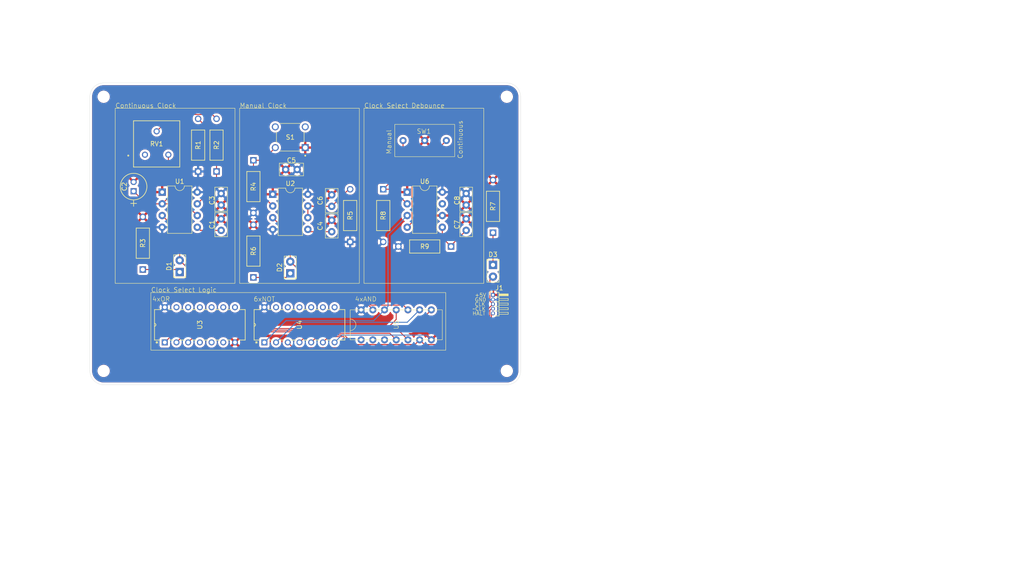
<source format=kicad_pcb>
(kicad_pcb (version 20240108) (generator "pcbnew") (generator_version "8.0")
  (layers (0 "F.Cu" signal) (31 "B.Cu" signal) (34 "B.Paste" user) (35 "F.Paste" user) (36 "B.SilkS" user "B.Silkscreen") (37 "F.SilkS" user "F.Silkscreen") (38 "B.Mask" user) (39 "F.Mask" user) (44 "Edge.Cuts" user))
  (net 0 "")
  (net 1 "GND")
  (net 2 "+5V")
  (net 3 "Net-(U2-CV)")
  (net 4 "Net-(U2-DIS)")
  (net 5 "/AstableClock/CLK")
  (net 6 "Net-(D2-K)")
  (net 7 "/ClockSelect/Manual_clk")
  (net 8 "/clk")
  (net 9 "Net-(D3-K)")
  (net 10 "/~{clk}")
  (net 11 "/halt")
  (net 12 "Net-(U2-TR)")
  (net 13 "/ClockSelect/BistableDebouncingCircuit/Select")
  (net 14 "Net-(U4-1Y)")
  (net 18 "Net-(U4-2Y)")
  (net 20 "Net-(U6-CV)")
  (net 21 "Net-(SW1-A)")
  (net 22 "Net-(SW1-C)")
  (net 27 "Net-(U3-1A)")
  (net 31 "Net-(U3-1Y)")
  (net 34 "Net-(U3-1B)")
  (net 42 "Net-(R2-Pad2)")
  (net 43 "Net-(U1-DIS)")
  (net 44 "Net-(D1-K)")
  (net 45 "Net-(U1-CV)")
  (net 46 "Net-(U1-THR)")
  (footprint "MountingHole:MountingHole_2.2mm_M2" (layer "F.Cu") (at 143 67.5)
    (property "Reference" "REF**" (hide yes))
    (property "Value" "MountingHole_2.2mm_M2")
    (pad "" np_thru_hole circle (at 0 0) (size 2.2 2.2) (drill 2.2) (layers "F&B.Cu" "*.Mask"))
  )
  (footprint "LED_THT:LED_D2.0mm_W4.8mm_H2.5mm_FlatTop" (layer "F.Cu") (at 140 104 -90)
    (property "Reference" "D3" (at -2.25 0 180) (layer "F.SilkS"))
    (property "Value" "LED")
    (fp_line (start -1.19 1.31) (end 3.73 1.31) (stroke (width 0.12)) (layer "F.SilkS"))
    (fp_line (start -1.07 1.08) (end -1.07 1.31) (stroke (width 0.12)) (layer "F.SilkS"))
    (fp_line (start -0.95 1.08) (end -0.95 1.31) (stroke (width 0.12)) (layer "F.SilkS"))
    (fp_line (start -1.19 -1.31) (end -1.19 1.31) (stroke (width 0.12)) (layer "F.SilkS"))
    (fp_line (start -1.19 -1.31) (end 3.73 -1.31) (stroke (width 0.12)) (layer "F.SilkS"))
    (fp_line (start -1.07 -1.31) (end -1.07 -1.08) (stroke (width 0.12)) (layer "F.SilkS"))
    (fp_line (start -0.95 -1.31) (end -0.95 -1.08) (stroke (width 0.12)) (layer "F.SilkS"))
    (fp_line (start 3.73 -1.31) (end 3.73 1.31) (stroke (width 0.12)) (layer "F.SilkS"))
    (pad "1" thru_hole rect (at 0 0 270) (size 1.8 1.8) (drill 0.9) (layers "*.Cu" "*.Mask") (net 9 "Net-(D3-K)"))
    (pad "2" thru_hole circle (at 2.54 0 270) (size 1.8 1.8) (drill 0.9) (layers "*.Cu" "*.Mask") (net 8 "/clk"))
  )
  (footprint "Capacitor_THT:C_Disc_D5.0mm_W2.5mm_P2.50mm" (layer "F.Cu") (at 105 96.785 90)
    (property "Reference" "C4" (at 1.25 -2.5 90) (layer "F.SilkS"))
    (property "Value" "0.01uF")
    (fp_line (start 3.87 -1.37) (end 3.87 1.37) (stroke (width 0.12)) (layer "F.SilkS"))
    (fp_line (start -1.37 -1.37) (end 3.87 -1.37) (stroke (width 0.12)) (layer "F.SilkS"))
    (fp_line (start -1.37 -1.37) (end -1.37 1.37) (stroke (width 0.12)) (layer "F.SilkS"))
    (fp_line (start -1.37 1.37) (end 3.87 1.37) (stroke (width 0.12)) (layer "F.SilkS"))
    (pad "1" thru_hole circle (at 0 0 90) (size 1.6 1.6) (drill 0.8) (layers "*.Cu" "*.Mask") (net 3 "Net-(U2-CV)"))
    (pad "2" thru_hole circle (at 2.5 0 90) (size 1.6 1.6) (drill 0.8) (layers "*.Cu" "*.Mask") (net 1 "GND"))
  )
  (footprint "_DownloadFootprints:CF_series_Resistors_THT" (layer "F.Cu") (at 130.895 100 180)
    (property "Reference" "R9" (at 5.715 0 0) (layer "F.SilkS"))
    (property "Value" "1k")
    (fp_line (start 8.9916 1.4351) (end 8.9916 -1.4351) (stroke (width 0.1524)) (layer "F.SilkS"))
    (fp_line (start 8.9916 -1.4351) (end 2.4384 -1.4351) (stroke (width 0.1524)) (layer "F.SilkS"))
    (fp_line (start 2.4384 1.4351) (end 8.9916 1.4351) (stroke (width 0.1524)) (layer "F.SilkS"))
    (fp_line (start 2.4384 -1.4351) (end 2.4384 1.4351) (stroke (width 0.1524)) (layer "F.SilkS"))
    (pad "1" thru_hole rect (at 0 0 180) (size 1.397 1.397) (drill 0.889) (layers "*.Cu" "*.Mask") (net 20 "Net-(U6-CV)"))
    (pad "2" thru_hole circle (at 11.43 0 180) (size 1.397 1.397) (drill 0.889) (layers "*.Cu" "*.Mask") (net 2 "+5V"))
  )
  (footprint "_DownloadFootprints:R_var" (layer "F.Cu") (at 64.46 80.08)
    (property "Reference" "RV1" (at 2.54 -2.35 0) (layer "F.SilkS"))
    (property "Value" "1M")
    (fp_line (start -2.4765 -7.3665) (end 7.5565 -7.3665) (stroke (width 0.1524)) (layer "F.SilkS"))
    (fp_line (start -2.4765 2.6665) (end -2.4765 -7.3665) (stroke (width 0.1524)) (layer "F.SilkS"))
    (fp_line (start 7.5565 -7.3665) (end 7.5565 2.6665) (stroke (width 0.1524)) (layer "F.SilkS"))
    (fp_line (start 7.5565 2.6665) (end -2.4765 2.6665) (stroke (width 0.1524)) (layer "F.SilkS"))
    (fp_circle (center -3.6195 0.19) (end -3.4925 0.19) (stroke (width 0.1524)) (fill none) (layer "F.SilkS"))
    (pad "1" thru_hole circle (at 5.08 0) (size 1.3208 1.3208) (drill 0.8128) (layers "*.Cu" "*.Mask") (net 46 "Net-(U1-THR)"))
    (pad "2" thru_hole circle (at 2.54 -5.08) (size 1.3208 1.3208) (drill 0.8128) (layers "*.Cu" "*.Mask") (net 42 "Net-(R2-Pad2)"))
    (pad "3" thru_hole circle (at 0 0) (size 1.3208 1.3208) (drill 0.8128) (layers "*.Cu" "*.Mask"))
  )
  (footprint "_DownloadFootprints:4x_or" (layer "F.Cu") (at 84 113.19 90)
    (property "Reference" "U3" (at -3.81 -7.62 90) (layer "F.SilkS"))
    (property "Value" "OR")
    (fp_line (start -0.508 -17.4625) (end -7.112 -17.4625) (stroke (width 0.1524)) (layer "F.SilkS"))
    (fp_line (start -7.112 -17.4625) (end -7.112 -16.22044) (stroke (width 0.1524)) (layer "F.SilkS"))
    (fp_line (start -0.508 -16.078569) (end -0.508 -17.4625) (stroke (width 0.1524)) (layer "F.SilkS"))
    (fp_line (start -7.112 -14.25956) (end -7.112 -13.538569) (stroke (width 0.1524)) (layer "F.SilkS"))
    (fp_line (start -0.508 -13.538569) (end -0.508 -14.401431) (stroke (width 0.1524)) (layer "F.SilkS"))
    (fp_line (start -7.112 -11.861431) (end -7.112 -10.998569) (stroke (width 0.1524)) (layer "F.SilkS"))
    (fp_line (start -0.508 -10.998569) (end -0.508 -11.861431) (stroke (width 0.1524)) (layer "F.SilkS"))
    (fp_line (start -7.112 -9.321431) (end -7.112 -8.458569) (stroke (width 0.1524)) (layer "F.SilkS"))
    (fp_line (start -0.508 -8.458569) (end -0.508 -9.321431) (stroke (width 0.1524)) (layer "F.SilkS"))
    (fp_line (start -7.112 -6.781431) (end -7.112 -5.918569) (stroke (width 0.1524)) (layer "F.SilkS"))
    (fp_line (start -0.508 -5.918569) (end -0.508 -6.781431) (stroke (width 0.1524)) (layer "F.SilkS"))
    (fp_line (start -7.112 -4.241431) (end -7.112 -3.378569) (stroke (width 0.1524)) (layer "F.SilkS"))
    (fp_line (start -0.508 -3.378569) (end -0.508 -4.241431) (stroke (width 0.1524)) (layer "F.SilkS"))
    (fp_line (start -7.112 -1.701431) (end -7.112 -0.838569) (stroke (width 0.1524)) (layer "F.SilkS"))
    (fp_line (start -0.508 -0.838569) (end -0.508 -1.701431) (stroke (width 0.1524)) (layer "F.SilkS"))
    (fp_line (start -7.112 0.838569) (end -7.112 2.2225) (stroke (width 0.1524)) (layer "F.SilkS"))
    (fp_line (start -0.508 2.2225) (end -0.508 0.838569) (stroke (width 0.1524)) (layer "F.SilkS"))
    (fp_line (start -7.112 2.2225) (end -0.508 2.2225) (stroke (width 0.1524)) (layer "F.SilkS"))
    (fp_arc (start -3.5052 -17.4625) (mid -3.81 -17.1577) (end -4.1148 -17.4625) (stroke (width 0.1524)) (layer "F.SilkS"))
    (fp_text user "*" (at -7.62 -16.6497 90) (layer "F.SilkS"))
    (pad "1" thru_hole rect (at -7.62 -15.24 90) (size 1.2954 1.2954) (drill 0.7874) (layers "*.Cu" "*.Mask") (net 27 "Net-(U3-1A)"))
    (pad "2" thru_hole circle (at -7.62 -12.7 90) (size 1.2954 1.2954) (drill 0.7874) (layers "*.Cu" "*.Mask") (net 34 "Net-(U3-1B)"))
    (pad "3" thru_hole circle (at -7.62 -10.16 90) (size 1.2954 1.2954) (drill 0.7874) (layers "*.Cu" "*.Mask") (net 31 "Net-(U3-1Y)"))
    (pad "4" thru_hole circle (at -7.62 -7.62 90) (size 1.2954 1.2954) (drill 0.7874) (layers "*.Cu" "*.Mask"))
    (pad "5" thru_hole circle (at -7.62 -5.08 90) (size 1.2954 1.2954) (drill 0.7874) (layers "*.Cu" "*.Mask"))
    (pad "6" thru_hole circle (at -7.62 -2.54 90) (size 1.2954 1.2954) (drill 0.7874) (layers "*.Cu" "*.Mask"))
    (pad "7" thru_hole circle (at -7.62 0 90) (size 1.2954 1.2954) (drill 0.7874) (layers "*.Cu" "*.Mask") (net 1 "GND"))
    (pad "8" thru_hole circle (at 0 0 90) (size 1.2954 1.2954) (drill 0.7874) (layers "*.Cu" "*.Mask"))
    (pad "9" thru_hole circle (at 0 -2.54 90) (size 1.2954 1.2954) (drill 0.7874) (layers "*.Cu" "*.Mask"))
    (pad "10" thru_hole circle (at 0 -5.08 90) (size 1.2954 1.2954) (drill 0.7874) (layers "*.Cu" "*.Mask"))
    (pad "11" thru_hole circle (at 0 -7.62 90) (size 1.2954 1.2954) (drill 0.7874) (layers "*.Cu" "*.Mask"))
    (pad "12" thru_hole circle (at 0 -10.16 90) (size 1.2954 1.2954) (drill 0.7874) (layers "*.Cu" "*.Mask"))
    (pad "13" thru_hole circle (at 0 -12.7 90) (size 1.2954 1.2954) (drill 0.7874) (layers "*.Cu" "*.Mask"))
    (pad "14" thru_hole circle (at 0 -15.24 90) (size 1.2954 1.2954) (drill 0.7874) (layers "*.Cu" "*.Mask") (net 2 "+5V"))
  )
  (footprint "Package_DIP:DIP-8_W7.62mm" (layer "F.Cu") (at 92.2 88.665)
    (property "Reference" "U2" (at 3.81 -2.33 0) (layer "F.SilkS"))
    (property "Value" "LM555xN")
    (fp_line (start 1.16 -1.33) (end 1.16 8.95) (stroke (width 0.12)) (layer "F.SilkS"))
    (fp_line (start 1.16 8.95) (end 6.46 8.95) (stroke (width 0.12)) (layer "F.SilkS"))
    (fp_line (start 2.81 -1.33) (end 1.16 -1.33) (stroke (width 0.12)) (layer "F.SilkS"))
    (fp_line (start 6.46 -1.33) (end 4.81 -1.33) (stroke (width 0.12)) (layer "F.SilkS"))
    (fp_line (start 6.46 8.95) (end 6.46 -1.33) (stroke (width 0.12)) (layer "F.SilkS"))
    (fp_arc (start 4.81 -1.33) (mid 3.81 -0.33) (end 2.81 -1.33) (stroke (width 0.12)) (layer "F.SilkS"))
    (pad "1" thru_hole rect (at 0 0) (size 1.6 1.6) (drill 0.8) (layers "*.Cu" "*.Mask") (net 1 "GND"))
    (pad "2" thru_hole oval (at 0 2.54) (size 1.6 1.6) (drill 0.8) (layers "*.Cu" "*.Mask") (net 12 "Net-(U2-TR)"))
    (pad "3" thru_hole oval (at 0 5.08) (size 1.6 1.6) (drill 0.8) (layers "*.Cu" "*.Mask") (net 7 "/ClockSelect/Manual_clk"))
    (pad "4" thru_hole oval (at 0 7.62) (size 1.6 1.6) (drill 0.8) (layers "*.Cu" "*.Mask") (net 2 "+5V"))
    (pad "5" thru_hole oval (at 7.62 7.62) (size 1.6 1.6) (drill 0.8) (layers "*.Cu" "*.Mask") (net 3 "Net-(U2-CV)"))
    (pad "6" thru_hole oval (at 7.62 5.08) (size 1.6 1.6) (drill 0.8) (layers "*.Cu" "*.Mask") (net 4 "Net-(U2-DIS)"))
    (pad "7" thru_hole oval (at 7.62 2.54) (size 1.6 1.6) (drill 0.8) (layers "*.Cu" "*.Mask") (net 4 "Net-(U2-DIS)"))
    (pad "8" thru_hole oval (at 7.62 0) (size 1.6 1.6) (drill 0.8) (layers "*.Cu" "*.Mask") (net 2 "+5V"))
  )
  (footprint "8BitCPUFootprints:DoubleThrowSwitch" (layer "F.Cu") (at 125.18 77 90)
    (property "Reference" "SW1" (at 2 -0.18 0) (layer "F.SilkS") (effects (font (thickness 0.1))))
    (property "Value" "SW_SPDT")
    (fp_rect (start -3.5 -6.5) (end 3.5 6.5) (stroke (width 0.1)) (fill none) (layer "F.SilkS"))
    (pad "1" thru_hole circle (at 0 -4.7 90) (size 1.524 1.524) (drill 0.762) (layers "*.Cu" "*.Mask") (net 21 "Net-(SW1-A)"))
    (pad "2" thru_hole circle (at 0 0 90) (size 1.524 1.524) (drill 0.762) (layers "*.Cu" "*.Mask") (net 1 "GND"))
    (pad "3" thru_hole circle (at 0 4.7 90) (size 1.524 1.524) (drill 0.762) (layers "*.Cu" "*.Mask") (net 22 "Net-(SW1-C)"))
  )
  (footprint "_DownloadFootprints:6x_not" (layer "F.Cu") (at 105.62 113.19 90)
    (property "Reference" "U4" (at -3.81 -7.62 90) (layer "F.SilkS"))
    (property "Value" "NOT")
    (fp_line (start -0.508 -17.4625) (end -7.112 -17.4625) (stroke (width 0.1524)) (layer "F.SilkS"))
    (fp_line (start -7.112 -17.4625) (end -7.112 -16.22044) (stroke (width 0.1524)) (layer "F.SilkS"))
    (fp_line (start -0.508 -16.078569) (end -0.508 -17.4625) (stroke (width 0.1524)) (layer "F.SilkS"))
    (fp_line (start -7.112 -14.25956) (end -7.112 -13.538569) (stroke (width 0.1524)) (layer "F.SilkS"))
    (fp_line (start -0.508 -13.538569) (end -0.508 -14.401431) (stroke (width 0.1524)) (layer "F.SilkS"))
    (fp_line (start -7.112 -11.861431) (end -7.112 -10.998569) (stroke (width 0.1524)) (layer "F.SilkS"))
    (fp_line (start -0.508 -10.998569) (end -0.508 -11.861431) (stroke (width 0.1524)) (layer "F.SilkS"))
    (fp_line (start -7.112 -9.321431) (end -7.112 -8.458569) (stroke (width 0.1524)) (layer "F.SilkS"))
    (fp_line (start -0.508 -8.458569) (end -0.508 -9.321431) (stroke (width 0.1524)) (layer "F.SilkS"))
    (fp_line (start -7.112 -6.781431) (end -7.112 -5.918569) (stroke (width 0.1524)) (layer "F.SilkS"))
    (fp_line (start -0.508 -5.918569) (end -0.508 -6.781431) (stroke (width 0.1524)) (layer "F.SilkS"))
    (fp_line (start -7.112 -4.241431) (end -7.112 -3.378569) (stroke (width 0.1524)) (layer "F.SilkS"))
    (fp_line (start -0.508 -3.378569) (end -0.508 -4.241431) (stroke (width 0.1524)) (layer "F.SilkS"))
    (fp_line (start -7.112 -1.701431) (end -7.112 -0.838569) (stroke (width 0.1524)) (layer "F.SilkS"))
    (fp_line (start -0.508 -0.838569) (end -0.508 -1.701431) (stroke (width 0.1524)) (layer "F.SilkS"))
    (fp_line (start -7.112 0.838569) (end -7.112 2.2225) (stroke (width 0.1524)) (layer "F.SilkS"))
    (fp_line (start -0.508 2.2225) (end -0.508 0.838569) (stroke (width 0.1524)) (layer "F.SilkS"))
    (fp_line (start -7.112 2.2225) (end -0.508 2.2225) (stroke (width 0.1524)) (layer "F.SilkS"))
    (fp_arc (start -3.5052 -17.4625) (mid -3.81 -17.1577) (end -4.1148 -17.4625) (stroke (width 0.1524)) (layer "F.SilkS"))
    (fp_text user "*" (at -7.62 -16.6497 90) (layer "F.SilkS"))
    (pad "1" thru_hole rect (at -7.62 -15.24 90) (size 1.2954 1.2954) (drill 0.7874) (layers "*.Cu" "*.Mask") (net 13 "/ClockSelect/BistableDebouncingCircuit/Select"))
    (pad "2" thru_hole circle (at -7.62 -12.7 90) (size 1.2954 1.2954) (drill 0.7874) (layers "*.Cu" "*.Mask") (net 14 "Net-(U4-1Y)"))
    (pad "3" thru_hole circle (at -7.62 -10.16 90) (size 1.2954 1.2954) (drill 0.7874) (layers "*.Cu" "*.Mask") (net 11 "/halt"))
    (pad "4" thru_hole circle (at -7.62 -7.62 90) (size 1.2954 1.2954) (drill 0.7874) (layers "*.Cu" "*.Mask") (net 18 "Net-(U4-2Y)"))
    (pad "5" thru_hole circle (at -7.62 -5.08 90) (size 1.2954 1.2954) (drill 0.7874) (layers "*.Cu" "*.Mask") (net 8 "/clk"))
    (pad "6" thru_hole circle (at -7.62 -2.54 90) (size 1.2954 1.2954) (drill 0.7874) (layers "*.Cu" "*.Mask") (net 10 "/~{clk}"))
    (pad "7" thru_hole circle (at -7.62 0 90) (size 1.2954 1.2954) (drill 0.7874) (layers "*.Cu" "*.Mask") (net 1 "GND"))
    (pad "8" thru_hole circle (at 0 0 90) (size 1.2954 1.2954) (drill 0.7874) (layers "*.Cu" "*.Mask"))
    (pad "9" thru_hole circle (at 0 -2.54 90) (size 1.2954 1.2954) (drill 0.7874) (layers "*.Cu" "*.Mask"))
    (pad "10" thru_hole circle (at 0 -5.08 90) (size 1.2954 1.2954) (drill 0.7874) (layers "*.Cu" "*.Mask"))
    (pad "11" thru_hole circle (at 0 -7.62 90) (size 1.2954 1.2954) (drill 0.7874) (layers "*.Cu" "*.Mask"))
    (pad "12" thru_hole circle (at 0 -10.16 90) (size 1.2954 1.2954) (drill 0.7874) (layers "*.Cu" "*.Mask"))
    (pad "13" thru_hole circle (at 0 -12.7 90) (size 1.2954 1.2954) (drill 0.7874) (layers "*.Cu" "*.Mask"))
    (pad "14" thru_hole circle (at 0 -15.24 90) (size 1.2954 1.2954) (drill 0.7874) (layers "*.Cu" "*.Mask") (net 2 "+5V"))
  )
  (footprint "_DownloadFootprints:CF_series_Resistors_THT" (layer "F.Cu") (at 64 105 90)
    (property "Reference" "R3" (at 5.715 0 90) (layer "F.SilkS"))
    (property "Value" "1k")
    (fp_line (start 8.9916 -1.4351) (end 2.4384 -1.4351) (stroke (width 0.1524)) (layer "F.SilkS"))
    (fp_line (start 2.4384 -1.4351) (end 2.4384 1.4351) (stroke (width 0.1524)) (layer "F.SilkS"))
    (fp_line (start 8.9916 1.4351) (end 8.9916 -1.4351) (stroke (width 0.1524)) (layer "F.SilkS"))
    (fp_line (start 2.4384 1.4351) (end 8.9916 1.4351) (stroke (width 0.1524)) (layer "F.SilkS"))
    (pad "1" thru_hole rect (at 0 0 90) (size 1.397 1.397) (drill 0.889) (layers "*.Cu" "*.Mask") (net 44 "Net-(D1-K)"))
    (pad "2" thru_hole circle (at 11.43 0 90) (size 1.397 1.397) (drill 0.889) (layers "*.Cu" "*.Mask") (net 1 "GND"))
  )
  (footprint "Capacitor_THT:C_Disc_D5.0mm_W2.5mm_P2.50mm" (layer "F.Cu") (at 105 91.285 90)
    (property "Reference" "C6" (at 1.25 -2.5 90) (layer "F.SilkS"))
    (property "Value" "0.1uF")
    (fp_line (start 3.87 -1.37) (end 3.87 1.37) (stroke (width 0.12)) (layer "F.SilkS"))
    (fp_line (start -1.37 -1.37) (end 3.87 -1.37) (stroke (width 0.12)) (layer "F.SilkS"))
    (fp_line (start -1.37 -1.37) (end -1.37 1.37) (stroke (width 0.12)) (layer "F.SilkS"))
    (fp_line (start -1.37 1.37) (end 3.87 1.37) (stroke (width 0.12)) (layer "F.SilkS"))
    (pad "1" thru_hole circle (at 0 0 90) (size 1.6 1.6) (drill 0.8) (layers "*.Cu" "*.Mask") (net 4 "Net-(U2-DIS)"))
    (pad "2" thru_hole circle (at 2.5 0 90) (size 1.6 1.6) (drill 0.8) (layers "*.Cu" "*.Mask") (net 1 "GND"))
  )
  (footprint "_DownloadFootprints:CF_series_Resistors_THT" (layer "F.Cu") (at 88 81.285 -90)
    (property "Reference" "R4" (at 5.715 0 90) (layer "F.SilkS"))
    (property "Value" "1k")
    (fp_line (start 2.4384 1.4351) (end 8.9916 1.4351) (stroke (width 0.1524)) (layer "F.SilkS"))
    (fp_line (start 8.9916 1.4351) (end 8.9916 -1.4351) (stroke (width 0.1524)) (layer "F.SilkS"))
    (fp_line (start 2.4384 -1.4351) (end 2.4384 1.4351) (stroke (width 0.1524)) (layer "F.SilkS"))
    (fp_line (start 8.9916 -1.4351) (end 2.4384 -1.4351) (stroke (width 0.1524)) (layer "F.SilkS"))
    (pad "1" thru_hole rect (at 0 0 270) (size 1.397 1.397) (drill 0.889) (layers "*.Cu" "*.Mask") (net 12 "Net-(U2-TR)"))
    (pad "2" thru_hole circle (at 11.43 0 270) (size 1.397 1.397) (drill 0.889) (layers "*.Cu" "*.Mask") (net 2 "+5V"))
  )
  (footprint "Capacitor_THT:C_Disc_D5.0mm_W2.5mm_P2.50mm" (layer "F.Cu") (at 134.18 96.5 90)
    (property "Reference" "C7" (at 1.25 -2 90) (layer "F.SilkS"))
    (property "Value" "0.01uF")
    (fp_line (start 3.87 -1.37) (end 3.87 1.37) (stroke (width 0.12)) (layer "F.SilkS"))
    (fp_line (start -1.37 -1.37) (end 3.87 -1.37) (stroke (width 0.12)) (layer "F.SilkS"))
    (fp_line (start -1.37 -1.37) (end -1.37 1.37) (stroke (width 0.12)) (layer "F.SilkS"))
    (fp_line (start -1.37 1.37) (end 3.87 1.37) (stroke (width 0.12)) (layer "F.SilkS"))
    (pad "1" thru_hole circle (at 0 0 90) (size 1.6 1.6) (drill 0.8) (layers "*.Cu" "*.Mask") (net 20 "Net-(U6-CV)"))
    (pad "2" thru_hole circle (at 2.5 0 90) (size 1.6 1.6) (drill 0.8) (layers "*.Cu" "*.Mask") (net 1 "GND"))
  )
  (footprint "_DownloadFootprints:CF_series_Resistors_THT" (layer "F.Cu") (at 140 97 90)
    (property "Reference" "R7" (at 5.715 0 90) (layer "F.SilkS"))
    (property "Value" "1k")
    (fp_line (start 8.9916 -1.4351) (end 2.4384 -1.4351) (stroke (width 0.1524)) (layer "F.SilkS"))
    (fp_line (start 2.4384 -1.4351) (end 2.4384 1.4351) (stroke (width 0.1524)) (layer "F.SilkS"))
    (fp_line (start 8.9916 1.4351) (end 8.9916 -1.4351) (stroke (width 0.1524)) (layer "F.SilkS"))
    (fp_line (start 2.4384 1.4351) (end 8.9916 1.4351) (stroke (width 0.1524)) (layer "F.SilkS"))
    (pad "1" thru_hole rect (at 0 0 90) (size 1.397 1.397) (drill 0.889) (layers "*.Cu" "*.Mask") (net 9 "Net-(D3-K)"))
    (pad "2" thru_hole circle (at 11.43 0 90) (size 1.397 1.397) (drill 0.889) (layers "*.Cu" "*.Mask") (net 1 "GND"))
  )
  (footprint "Connector_PinHeader_1.00mm:PinHeader_1x05_P1.00mm_Horizontal" (layer "F.Cu") (at 140 110.5)
    (property "Reference" "J1" (at 1.375 -1.5 0) (layer "F.SilkS"))
    (property "Value" "Conn_01x05_Pin")
    (fp_line (start -0.685 -0.685) (end 0 -0.685) (stroke (width 0.12)) (layer "F.SilkS"))
    (fp_line (start -0.685 0) (end -0.685 -0.685) (stroke (width 0.12)) (layer "F.SilkS"))
    (fp_line (start 0.468215 1.5) (end 1.31 1.5) (stroke (width 0.12)) (layer "F.SilkS"))
    (fp_line (start 0.468215 2.5) (end 1.31 2.5) (stroke (width 0.12)) (layer "F.SilkS"))
    (fp_line (start 0.468215 3.5) (end 1.31 3.5) (stroke (width 0.12)) (layer "F.SilkS"))
    (fp_line (start 0.685 -0.56) (end 1.31 -0.56) (stroke (width 0.12)) (layer "F.SilkS"))
    (fp_line (start 0.685 0.5) (end 1.31 0.5) (stroke (width 0.12)) (layer "F.SilkS"))
    (fp_line (start 1.31 -0.56) (end 1.31 4.56) (stroke (width 0.12)) (layer "F.SilkS"))
    (fp_line (start 1.31 -0.21) (end 3.31 -0.21) (stroke (width 0.12)) (layer "F.SilkS"))
    (fp_line (start 1.31 -0.15) (end 3.31 -0.15) (stroke (width 0.12)) (layer "F.SilkS"))
    (fp_line (start 1.31 -0.03) (end 3.31 -0.03) (stroke (width 0.12)) (layer "F.SilkS"))
    (fp_line (start 1.31 0.09) (end 3.31 0.09) (stroke (width 0.12)) (layer "F.SilkS"))
    (fp_line (start 1.31 0.79) (end 3.31 0.79) (stroke (width 0.12)) (layer "F.SilkS"))
    (fp_line (start 1.31 1.79) (end 3.31 1.79) (stroke (width 0.12)) (layer "F.SilkS"))
    (fp_line (start 1.31 2.79) (end 3.31 2.79) (stroke (width 0.12)) (layer "F.SilkS"))
    (fp_line (start 1.31 3.79) (end 3.31 3.79) (stroke (width 0.12)) (layer "F.SilkS"))
    (fp_line (start 1.31 4.56) (end 0.394493 4.56) (stroke (width 0.12)) (layer "F.SilkS"))
    (fp_line (start 3.31 -0.21) (end 3.31 0.21) (stroke (width 0.12)) (layer "F.SilkS"))
    (fp_line (start 3.31 0.21) (end 1.31 0.21) (stroke (width 0.12)) (layer "F.SilkS"))
    (fp_line (start 3.31 0.79) (end 3.31 1.21) (stroke (width 0.12)) (layer "F.SilkS"))
    (fp_line (start 3.31 1.21) (end 1.31 1.21) (stroke (width 0.12)) (layer "F.SilkS"))
    (fp_line (start 3.31 1.79) (end 3.31 2.21) (stroke (width 0.12)) (layer "F.SilkS"))
    (fp_line (start 3.31 2.21) (end 1.31 2.21) (stroke (width 0.12)) (layer "F.SilkS"))
    (fp_line (start 3.31 2.79) (end 3.31 3.21) (stroke (width 0.12)) (layer "F.SilkS"))
    (fp_line (start 3.31 3.21) (end 1.31 3.21) (stroke (width 0.12)) (layer "F.SilkS"))
    (fp_line (start 3.31 3.79) (end 3.31 4.21) (stroke (width 0.12)) (layer "F.SilkS"))
    (fp_line (start 3.31 4.21) (end 1.31 4.21) (stroke (width 0.12)) (layer "F.SilkS"))
    (pad "1" thru_hole rect (at 0 0) (size 0.85 0.85) (drill 0.5) (layers "*.Cu" "*.Mask") (net 1 "GND"))
    (pad "2" thru_hole oval (at 0 1) (size 0.85 0.85) (drill 0.5) (layers "*.Cu" "*.Mask") (net 2 "+5V"))
    (pad "3" thru_hole oval (at 0 2) (size 0.85 0.85) (drill 0.5) (layers "*.Cu" "*.Mask") (net 8 "/clk"))
    (pad "4" thru_hole oval (at 0 3) (size 0.85 0.85) (drill 0.5) (layers "*.Cu" "*.Mask") (net 10 "/~{clk}"))
    (pad "5" thru_hole oval (at 0 4) (size 0.85 0.85) (drill 0.5) (layers "*.Cu" "*.Mask") (net 11 "/halt"))
  )
  (footprint "MountingHole:MountingHole_2.2mm_M2" (layer "F.Cu") (at 143 127)
    (property "Reference" "REF**" (hide yes))
    (property "Value" "MountingHole_2.2mm_M2")
    (pad "" np_thru_hole circle (at 0 0) (size 2.2 2.2) (drill 2.2) (layers "F&B.Cu" "*.Mask"))
  )
  (footprint "LED_THT:LED_D2.0mm_W4.8mm_H2.5mm_FlatTop" (layer "F.Cu") (at 72 105.54 90)
    (property "Reference" "D1" (at 1.27 -2.31 90) (layer "F.SilkS"))
    (property "Value" "LED")
    (fp_line (start 3.73 -1.31) (end 3.73 1.31) (stroke (width 0.12)) (layer "F.SilkS"))
    (fp_line (start -0.95 -1.31) (end -0.95 -1.08) (stroke (width 0.12)) (layer "F.SilkS"))
    (fp_line (start -1.07 -1.31) (end -1.07 -1.08) (stroke (width 0.12)) (layer "F.SilkS"))
    (fp_line (start -1.19 -1.31) (end 3.73 -1.31) (stroke (width 0.12)) (layer "F.SilkS"))
    (fp_line (start -1.19 -1.31) (end -1.19 1.31) (stroke (width 0.12)) (layer "F.SilkS"))
    (fp_line (start -0.95 1.08) (end -0.95 1.31) (stroke (width 0.12)) (layer "F.SilkS"))
    (fp_line (start -1.07 1.08) (end -1.07 1.31) (stroke (width 0.12)) (layer "F.SilkS"))
    (fp_line (start -1.19 1.31) (end 3.73 1.31) (stroke (width 0.12)) (layer "F.SilkS"))
    (pad "1" thru_hole rect (at 0 0 90) (size 1.8 1.8) (drill 0.9) (layers "*.Cu" "*.Mask") (net 44 "Net-(D1-K)"))
    (pad "2" thru_hole circle (at 2.54 0 90) (size 1.8 1.8) (drill 0.9) (layers "*.Cu" "*.Mask") (net 5 "/AstableClock/CLK"))
  )
  (footprint "Capacitor_THT:C_Disc_D5.0mm_W2.5mm_P2.50mm" (layer "F.Cu") (at 81 96.5 90)
    (property "Reference" "C1" (at 1.25 -2 90) (layer "F.SilkS"))
    (property "Value" "0.01uF")
    (fp_line (start 3.87 -1.37) (end 3.87 1.37) (stroke (width 0.12)) (layer "F.SilkS"))
    (fp_line (start -1.37 -1.37) (end 3.87 -1.37) (stroke (width 0.12)) (layer "F.SilkS"))
    (fp_line (start -1.37 -1.37) (end -1.37 1.37) (stroke (width 0.12)) (layer "F.SilkS"))
    (fp_line (start -1.37 1.37) (end 3.87 1.37) (stroke (width 0.12)) (layer "F.SilkS"))
    (pad "1" thru_hole circle (at 0 0 90) (size 1.6 1.6) (drill 0.8) (layers "*.Cu" "*.Mask") (net 45 "Net-(U1-CV)"))
    (pad "2" thru_hole circle (at 2.5 0 90) (size 1.6 1.6) (drill 0.8) (layers "*.Cu" "*.Mask") (net 1 "GND"))
  )
  (footprint "LED_THT:LED_D2.0mm_W4.8mm_H2.5mm_FlatTop" (layer "F.Cu") (at 96 105.825 90)
    (property "Reference" "D2" (at 1.27 -2.31 90) (layer "F.SilkS"))
    (property "Value" "LED")
    (fp_line (start 3.73 -1.31) (end 3.73 1.31) (stroke (width 0.12)) (layer "F.SilkS"))
    (fp_line (start -0.95 -1.31) (end -0.95 -1.08) (stroke (width 0.12)) (layer "F.SilkS"))
    (fp_line (start -1.07 -1.31) (end -1.07 -1.08) (stroke (width 0.12)) (layer "F.SilkS"))
    (fp_line (start -1.19 -1.31) (end 3.73 -1.31) (stroke (width 0.12)) (layer "F.SilkS"))
    (fp_line (start -1.19 -1.31) (end -1.19 1.31) (stroke (width 0.12)) (layer "F.SilkS"))
    (fp_line (start -0.95 1.08) (end -0.95 1.31) (stroke (width 0.12)) (layer "F.SilkS"))
    (fp_line (start -1.07 1.08) (end -1.07 1.31) (stroke (width 0.12)) (layer "F.SilkS"))
    (fp_line (start -1.19 1.31) (end 3.73 1.31) (stroke (width 0.12)) (layer "F.SilkS"))
    (pad "1" thru_hole rect (at 0 0 90) (size 1.8 1.8) (drill 0.9) (layers "*.Cu" "*.Mask") (net 6 "Net-(D2-K)"))
    (pad "2" thru_hole circle (at 2.54 0 90) (size 1.8 1.8) (drill 0.9) (layers "*.Cu" "*.Mask") (net 7 "/ClockSelect/Manual_clk"))
  )
  (footprint "_DownloadFootprints:CF_series_Resistors_THT" (layer "F.Cu") (at 116.18 87.57 -90)
    (property "Reference" "R8" (at 5.715 0 90) (layer "F.SilkS"))
    (property "Value" "1k")
    (fp_line (start 2.4384 1.4351) (end 8.9916 1.4351) (stroke (width 0.1524)) (layer "F.SilkS"))
    (fp_line (start 8.9916 1.4351) (end 8.9916 -1.4351) (stroke (width 0.1524)) (layer "F.SilkS"))
    (fp_line (start 2.4384 -1.4351) (end 2.4384 1.4351) (stroke (width 0.1524)) (layer "F.SilkS"))
    (fp_line (start 8.9916 -1.4351) (end 2.4384 -1.4351) (stroke (width 0.1524)) (layer "F.SilkS"))
    (pad "1" thru_hole rect (at 0 0 270) (size 1.397 1.397) (drill 0.889) (layers "*.Cu" "*.Mask") (net 21 "Net-(SW1-A)"))
    (pad "2" thru_hole circle (at 11.43 0 270) (size 1.397 1.397) (drill 0.889) (layers "*.Cu" "*.Mask") (net 2 "+5V"))
  )
  (footprint "_DownloadFootprints:CF_series_Resistors_THT" (layer "F.Cu") (at 88 106.715 90)
    (property "Reference" "R6" (at 5.715 0 90) (layer "F.SilkS"))
    (property "Value" "1k")
    (fp_line (start 8.9916 -1.4351) (end 2.4384 -1.4351) (stroke (width 0.1524)) (layer "F.SilkS"))
    (fp_line (start 2.4384 -1.4351) (end 2.4384 1.4351) (stroke (width 0.1524)) (layer "F.SilkS"))
    (fp_line (start 8.9916 1.4351) (end 8.9916 -1.4351) (stroke (width 0.1524)) (layer "F.SilkS"))
    (fp_line (start 2.4384 1.4351) (end 8.9916 1.4351) (stroke (width 0.1524)) (layer "F.SilkS"))
    (pad "1" thru_hole rect (at 0 0 90) (size 1.397 1.397) (drill 0.889) (layers "*.Cu" "*.Mask") (net 6 "Net-(D2-K)"))
    (pad "2" thru_hole circle (at 11.43 0 90) (size 1.397 1.397) (drill 0.889) (layers "*.Cu" "*.Mask") (net 1 "GND"))
  )
  (footprint "Package_DIP:DIP-8_W7.62mm" (layer "F.Cu") (at 68.2 88.2)
    (property "Reference" "U1" (at 3.81 -2.33 0) (layer "F.SilkS"))
    (property "Value" "LM555xN")
    (fp_line (start 1.16 -1.33) (end 1.16 8.95) (stroke (width 0.12)) (layer "F.SilkS"))
    (fp_line (start 1.16 8.95) (end 6.46 8.95) (stroke (width 0.12)) (layer "F.SilkS"))
    (fp_line (start 2.81 -1.33) (end 1.16 -1.33) (stroke (width 0.12)) (layer "F.SilkS"))
    (fp_line (start 6.46 -1.33) (end 4.81 -1.33) (stroke (width 0.12)) (layer "F.SilkS"))
    (fp_line (start 6.46 8.95) (end 6.46 -1.33) (stroke (width 0.12)) (layer "F.SilkS"))
    (fp_arc (start 4.81 -1.33) (mid 3.81 -0.33) (end 2.81 -1.33) (stroke (width 0.12)) (layer "F.SilkS"))
    (pad "1" thru_hole rect (at 0 0) (size 1.6 1.6) (drill 0.8) (layers "*.Cu" "*.Mask") (net 1 "GND"))
    (pad "2" thru_hole oval (at 0 2.54) (size 1.6 1.6) (drill 0.8) (layers "*.Cu" "*.Mask") (net 46 "Net-(U1-THR)"))
    (pad "3" thru_hole oval (at 0 5.08) (size 1.6 1.6) (drill 0.8) (layers "*.Cu" "*.Mask") (net 5 "/AstableClock/CLK"))
    (pad "4" thru_hole oval (at 0 7.62) (size 1.6 1.6) (drill 0.8) (layers "*.Cu" "*.Mask") (net 2 "+5V"))
    (pad "5" thru_hole oval (at 7.62 7.62) (size 1.6 1.6) (drill 0.8) (layers "*.Cu" "*.Mask") (net 45 "Net-(U1-CV)"))
    (pad "6" thru_hole oval (at 7.62 5.08) (size 1.6 1.6) (drill 0.8) (layers "*.Cu" "*.Mask") (net 46 "Net-(U1-THR)"))
    (pad "7" thru_hole oval (at 7.62 2.54) (size 1.6 1.6) (drill 0.8) (layers "*.Cu" "*.Mask") (net 43 "Net-(U1-DIS)"))
    (pad "8" thru_hole oval (at 7.62 0) (size 1.6 1.6) (drill 0.8) (layers "*.Cu" "*.Mask") (net 2 "+5V"))
  )
  (footprint "_DownloadFootprints:Cp_2mm_pin_spacing" (layer "F.Cu") (at 62 88 90)
    (property "Reference" "C2" (at 1 -2 90) (layer "F.SilkS"))
    (property "Value" "1uF")
    (fp_line (start -2.6449 -0.635) (end -2.6449 0.635) (stroke (width 0.1524)) (layer "F.SilkS"))
    (fp_line (start -3.2799 0) (end -2.0099 0) (stroke (width 0.1524)) (layer "F.SilkS"))
    (fp_circle (center 1 0) (end 3.8829 0) (stroke (width 0.1524)) (fill none) (layer "F.SilkS"))
    (pad "1" thru_hole rect (at 0 0 90) (size 1.3208 1.3208) (drill 0.8128) (layers "*.Cu" "*.Mask") (net 46 "Net-(U1-THR)"))
    (pad "2" thru_hole circle (at 2 0 90) (size 1.3208 1.3208) (drill 0.8128) (layers "*.Cu" "*.Mask") (net 1 "GND"))
  )
  (footprint "MountingHole:MountingHole_2.2mm_M2" (layer "F.Cu") (at 55.5 67.5)
    (property "Reference" "REF**" (hide yes))
    (property "Value" "MountingHole_2.2mm_M2")
    (pad "" np_thru_hole circle (at 0 0) (size 2.2 2.2) (drill 2.2) (layers "*.Cu" "*.Mask"))
  )
  (footprint "_DownloadFootprints:CF_series_Resistors_THT" (layer "F.Cu") (at 80 83.715 90)
    (property "Reference" "R2" (at 5.715 0 90) (layer "F.SilkS"))
    (property "Value" "1k")
    (fp_line (start 8.9916 -1.4351) (end 2.4384 -1.4351) (stroke (width 0.1524)) (layer "F.SilkS"))
    (fp_line (start 2.4384 -1.4351) (end 2.4384 1.4351) (stroke (width 0.1524)) (layer "F.SilkS"))
    (fp_line (start 8.9916 1.4351) (end 8.9916 -1.4351) (stroke (width 0.1524)) (layer "F.SilkS"))
    (fp_line (start 2.4384 1.4351) (end 8.9916 1.4351) (stroke (width 0.1524)) (layer "F.SilkS"))
    (pad "1" thru_hole rect (at 0 0 90) (size 1.397 1.397) (drill 0.889) (layers "*.Cu" "*.Mask") (net 43 "Net-(U1-DIS)"))
    (pad "2" thru_hole circle (at 11.43 0 90) (size 1.397 1.397) (drill 0.889) (layers "*.Cu" "*.Mask") (net 42 "Net-(R2-Pad2)"))
  )
  (footprint "MountingHole:MountingHole_2.2mm_M2" (layer "F.Cu") (at 55.5 127)
    (property "Reference" "REF**" (hide yes))
    (property "Value" "MountingHole_2.2mm_M2")
    (pad "" np_thru_hole circle (at 0 0) (size 2.2 2.2) (drill 2.2) (layers "F&B.Cu" "*.Mask"))
  )
  (footprint "Capacitor_THT:C_Disc_D5.0mm_W2.5mm_P2.50mm" (layer "F.Cu") (at 97.5 83.285 180)
    (property "Reference" "C5" (at 1.25 2 0) (layer "F.SilkS"))
    (property "Value" "0.1uF")
    (fp_line (start 3.87 -1.37) (end 3.87 1.37) (stroke (width 0.12)) (layer "F.SilkS"))
    (fp_line (start -1.37 1.37) (end 3.87 1.37) (stroke (width 0.12)) (layer "F.SilkS"))
    (fp_line (start -1.37 -1.37) (end 3.87 -1.37) (stroke (width 0.12)) (layer "F.SilkS"))
    (fp_line (start -1.37 -1.37) (end -1.37 1.37) (stroke (width 0.12)) (layer "F.SilkS"))
    (pad "1" thru_hole circle (at 0 0 180) (size 1.6 1.6) (drill 0.8) (layers "*.Cu" "*.Mask") (net 2 "+5V"))
    (pad "2" thru_hole circle (at 2.5 0 180) (size 1.6 1.6) (drill 0.8) (layers "*.Cu" "*.Mask") (net 1 "GND"))
  )
  (footprint "8BitCPUFootprints:4x_and" (layer "F.Cu") (at 119 117 90)
    (property "Reference" "U5" (at 0 0 90) (layer "F.SilkS") (effects (font (thickness 0.1))))
    (property "Value" "~")
    (fp_rect (start -3.25 -10) (end 3.25 10) (stroke (width 0.1)) (fill none) (layer "F.SilkS"))
    (fp_arc (start 1.25 -10) (mid 0 -8.75) (end -1.25 -10) (stroke (width 0.1)) (layer "F.SilkS"))
    (pad "1" thru_hole circle (at -3.25 -7.62 90) (size 1.524 1.524) (drill 0.762) (layers "*.Cu" "*.Mask"))
    (pad "2" thru_hole circle (at -3.25 -5.08 90) (size 1.524 1.524) (drill 0.762) (layers "*.Cu" "*.Mask"))
    (pad "3" thru_hole circle (at -3.25 -2.54 90) (size 1.524 1.524) (drill 0.762) (layers "*.Cu" "*.Mask"))
    (pad "4" thru_hole circle (at -3.25 0 90) (size 1.524 1.524) (drill 0.762) (layers "*.Cu" "*.Mask") (net 18 "Net-(U4-2Y)"))
    (pad "5" thru_hole circle (at -3.25 2.54 90) (size 1.524 1.524) (drill 0.762) (layers "*.Cu" "*.Mask") (net 31 "Net-(U3-1Y)"))
    (pad "6" thru_hole circle (at -3.25 5.08 90) (size 1.524 1.524) (drill 0.762) (layers "*.Cu" "*.Mask") (net 8 "/clk"))
    (pad "7" thru_hole circle (at -3.25 7.62 90) (size 1.524 1.524) (drill 0.762) (layers "*.Cu" "*.Mask") (net 1 "GND"))
    (pad "8" thru_hole circle (at 3.25 7.62 90) (size 1.524 1.524) (drill 0.762) (layers "*.Cu" "*.Mask") (net 34 "Net-(U3-1B)"))
    (pad "9" thru_hole circle (at 3.25 5.08 90) (size 1.524 1.524) (drill 0.762) (layers "*.Cu" "*.Mask") (net 14 "Net-(U4-1Y)"))
    (pad "10" thru_hole circle (at 3.25 2.54 90) (size 1.524 1.524) (drill 0.762) (layers "*.Cu" "*.Mask") (net 7 "/ClockSelect/Manual_clk"))
    (pad "11" thru_hole circle (at 3.25 0 90) (size 1.524 1.524) (drill 0.762) (layers "*.Cu" "*.Mask") (net 27 "Net-(U3-1A)"))
    (pad "12" thru_hole circle (at 3.25 -2.54 90) (size 1.524 1.524) (drill 0.762) (layers "*.Cu" "*.Mask") (net 13 "/ClockSelect/BistableDebouncingCircuit/Select"))
    (pad "13" thru_hole circle (at 3.25 -5.08 90) (size 1.524 1.524) (drill 0.762) (layers "*.Cu" "*.Mask") (net 5 "/AstableClock/CLK"))
    (pad "14" thru_hole circle (at 3.25 -7.62 90) (size 1.524 1.524) (drill 0.762) (layers "*.Cu" "*.Mask") (net 2 "+5V"))
  )
  (footprint "Capacitor_THT:C_Disc_D5.0mm_W2.5mm_P2.50mm" (layer "F.Cu") (at 134.18 88.5 -90)
    (property "Reference" "C8" (at 1.5 2 90) (layer "F.SilkS"))
    (property "Value" "0.1uF")
    (fp_line (start -1.37 1.37) (end 3.87 1.37) (stroke (width 0.12)) (layer "F.SilkS"))
    (fp_line (start -1.37 -1.37) (end -1.37 1.37) (stroke (width 0.12)) (layer "F.SilkS"))
    (fp_line (start -1.37 -1.37) (end 3.87 -1.37) (stroke (width 0.12)) (layer "F.SilkS"))
    (fp_line (start 3.87 -1.37) (end 3.87 1.37) (stroke (width 0.12)) (layer "F.SilkS"))
    (pad "1" thru_hole circle (at 0 0 270) (size 1.6 1.6) (drill 0.8) (layers "*.Cu" "*.Mask") (net 2 "+5V"))
    (pad "2" thru_hole circle (at 2.5 0 270) (size 1.6 1.6) (drill 0.8) (layers "*.Cu" "*.Mask") (net 1 "GND"))
  )
  (footprint "Capacitor_THT:C_Disc_D5.0mm_W2.5mm_P2.50mm" (layer "F.Cu") (at 81 88.5 -90)
    (property "Reference" "C3" (at 1.5 2 90) (layer "F.SilkS"))
    (property "Value" "0.1uF")
    (fp_line (start -1.37 1.37) (end 3.87 1.37) (stroke (width 0.12)) (layer "F.SilkS"))
    (fp_line (start -1.37 -1.37) (end -1.37 1.37) (stroke (width 0.12)) (layer "F.SilkS"))
    (fp_line (start -1.37 -1.37) (end 3.87 -1.37) (stroke (width 0.12)) (layer "F.SilkS"))
    (fp_line (start 3.87 -1.37) (end 3.87 1.37) (stroke (width 0.12)) (layer "F.SilkS"))
    (pad "1" thru_hole circle (at 0 0 270) (size 1.6 1.6) (drill 0.8) (layers "*.Cu" "*.Mask") (net 2 "+5V"))
    (pad "2" thru_hole circle (at 2.5 0 270) (size 1.6 1.6) (drill 0.8) (layers "*.Cu" "*.Mask") (net 1 "GND"))
  )
  (footprint "_DownloadFootprints:tactile_switch" (layer "F.Cu") (at 96 76.285 180)
    (property "Reference" "S1" (at 0 0 0) (layer "F.SilkS"))
    (property "Value" "B3U-1000P")
    (fp_line (start 3 -1.176) (end 3 1.176) (stroke (width 0.127)) (layer "F.SilkS"))
    (fp_line (start -2.176 3) (end 2.176 3) (stroke (width 0.127)) (layer "F.SilkS"))
    (fp_line (start -2.176 -3) (end 2.176 -3) (stroke (width 0.127)) (layer "F.SilkS"))
    (fp_line (start -3 -1.176) (end -3 1.176) (stroke (width 0.127)) (layer "F.SilkS"))
    (fp_circle (center -3.25 -4.004) (end -3.15 -4.004) (stroke (width 0.2)) (fill none) (layer "F.SilkS"))
    (pad "1" thru_hole rect (at -3.25 -2.25 180) (size 1.508 1.508) (drill 1) (layers "*.Cu" "*.Mask") (net 1 "GND"))
    (pad "2" thru_hole circle (at 3.25 -2.25 180) (size 1.508 1.508) (drill 1) (layers "*.Cu" "*.Mask") (net 12 "Net-(U2-TR)"))
    (pad "3" thru_hole circle (at -3.25 2.25 180) (size 1.508 1.508) (drill 1) (layers "*.Cu" "*.Mask"))
    (pad "4" thru_hole circle (at 3.25 2.25 180) (size 1.508 1.508) (drill 1) (layers "*.Cu" "*.Mask"))
  )
  (footprint "_DownloadFootprints:CF_series_Resistors_THT" (layer "F.Cu") (at 109 99 90)
    (property "Reference" "R5" (at 5.715 0 90) (layer "F.SilkS"))
    (property "Value" "1M")
    (fp_line (start 8.9916 -1.4351) (end 2.4384 -1.4351) (stroke (width 0.1524)) (layer "F.SilkS"))
    (fp_line (start 2.4384 -1.4351) (end 2.4384 1.4351) (stroke (width 0.1524)) (layer "F.SilkS"))
    (fp_line (start 8.9916 1.4351) (end 8.9916 -1.4351) (stroke (width 0.1524)) (layer "F.SilkS"))
    (fp_line (start 2.4384 1.4351) (end 8.9916 1.4351) (stroke (width 0.1524)) (layer "F.SilkS"))
    (pad "1" thru_hole rect (at 0 0 90) (size 1.397 1.397) (drill 0.889) (layers "*.Cu" "*.Mask") (net 2 "+5V"))
    (pad "2" thru_hole circle (at 11.43 0 90) (size 1.397 1.397) (drill 0.889) (layers "*.Cu" "*.Mask") (net 4 "Net-(U2-DIS)"))
  )
  (footprint "_DownloadFootprints:CF_series_Resistors_THT" (layer "F.Cu") (at 76 83.715 90)
    (property "Reference" "R1" (at 5.715 0 90) (layer "F.SilkS"))
    (property "Value" "1k")
    (fp_line (start 8.9916 -1.4351) (end 2.4384 -1.4351) (stroke (width 0.1524)) (layer "F.SilkS"))
    (fp_line (start 2.4384 -1.4351) (end 2.4384 1.4351) (stroke (width 0.1524)) (layer "F.SilkS"))
    (fp_line (start 8.9916 1.4351) (end 8.9916 -1.4351) (stroke (width 0.1524)) (layer "F.SilkS"))
    (fp_line (start 2.4384 1.4351) (end 8.9916 1.4351) (stroke (width 0.1524)) (layer "F.SilkS"))
    (pad "1" thru_hole rect (at 0 0 90) (size 1.397 1.397) (drill 0.889) (layers "*.Cu" "*.Mask") (net 2 "+5V"))
    (pad "2" thru_hole circle (at 11.43 0 90) (size 1.397 1.397) (drill 0.889) (layers "*.Cu" "*.Mask") (net 43 "Net-(U1-DIS)"))
  )
  (footprint "Package_DIP:DIP-8_W7.62mm" (layer "F.Cu") (at 121.38 88.2)
    (property "Reference" "U6" (at 3.81 -2.33 0) (layer "F.SilkS"))
    (property "Value" "LM555xN")
    (fp_line (start 1.16 -1.33) (end 1.16 8.95) (stroke (width 0.12)) (layer "F.SilkS"))
    (fp_line (start 1.16 8.95) (end 6.46 8.95) (stroke (width 0.12)) (layer "F.SilkS"))
    (fp_line (start 2.81 -1.33) (end 1.16 -1.33) (stroke (width 0.12)) (layer "F.SilkS"))
    (fp_line (start 6.46 -1.33) (end 4.81 -1.33) (stroke (width 0.12)) (layer "F.SilkS"))
    (fp_line (start 6.46 8.95) (end 6.46 -1.33) (stroke (width 0.12)) (layer "F.SilkS"))
    (fp_arc (start 4.81 -1.33) (mid 3.81 -0.33) (end 2.81 -1.33) (stroke (width 0.12)) (layer "F.SilkS"))
    (pad "1" thru_hole rect (at 0 0) (size 1.6 1.6) (drill 0.8) (layers "*.Cu" "*.Mask") (net 1 "GND"))
    (pad "2" thru_hole oval (at 0 2.54) (size 1.6 1.6) (drill 0.8) (layers "*.Cu" "*.Mask") (net 21 "Net-(SW1-A)"))
    (pad "3" thru_hole oval (at 0 5.08) (size 1.6 1.6) (drill 0.8) (layers "*.Cu" "*.Mask") (net 13 "/ClockSelect/BistableDebouncingCircuit/Select"))
    (pad "4" thru_hole oval (at 0 7.62) (size 1.6 1.6) (drill 0.8) (layers "*.Cu" "*.Mask") (net 22 "Net-(SW1-C)"))
    (pad "5" thru_hole oval (at 7.62 7.62) (size 1.6 1.6) (drill 0.8) (layers "*.Cu" "*.Mask") (net 20 "Net-(U6-CV)"))
    (pad "6" thru_hole oval (at 7.62 5.08) (size 1.6 1.6) (drill 0.8) (layers "*.Cu" "*.Mask") (net 1 "GND"))
    (pad "7" thru_hole oval (at 7.62 2.54) (size 1.6 1.6) (drill 0.8) (layers "*.Cu" "*.Mask"))
    (pad "8" thru_hole oval (at 7.62 0) (size 1.6 1.6) (drill 0.8) (layers "*.Cu" "*.Mask") (net 2 "+5V"))
  )
  (gr_rect (start 112 70) (end 138 108) (stroke (width 0.1)) (fill none) (layer "F.SilkS"))
  (gr_rect (start 65.75 110) (end 129.75 122.5) (stroke (width 0.1)) (fill none) (layer "F.SilkS"))
  (gr_rect (start 85 70) (end 111 108) (stroke (width 0.1)) (fill none) (layer "F.SilkS"))
  (gr_rect (start 58 70) (end 84 108) (stroke (width 0.1)) (fill none) (layer "F.SilkS"))
  (gr_line (start 143 130) (end 55.5 130) (stroke (width 0.05)) (layer "Edge.Cuts"))
  (gr_arc (start 146 127) (mid 145.12132 129.12132) (end 143 130) (stroke (width 0.05)) (layer "Edge.Cuts"))
  (gr_arc (start 52.5 67.5) (mid 53.37868 65.37868) (end 55.5 64.5) (stroke (width 0.05)) (layer "Edge.Cuts"))
  (gr_line (start 146 67.5) (end 146 127) (stroke (width 0.05)) (layer "Edge.Cuts"))
  (gr_arc (start 143 64.5) (mid 145.12132 65.37868) (end 146 67.5) (stroke (width 0.05)) (layer "Edge.Cuts"))
  (gr_line (start 55.5 64.5) (end 143 64.5) (stroke (width 0.05)) (layer "Edge.Cuts"))
  (gr_arc (start 55.5 130) (mid 53.37868 129.12132) (end 52.5 127) (stroke (width 0.05)) (layer "Edge.Cuts"))
  (gr_line (start 52.5 127) (end 52.5 67.5) (stroke (width 0.05)) (layer "Edge.Cuts"))
  (gr_text "Clock Select Logic" (at 65.75 110 0) (layer "F.SilkS") (effects (font (size 1 1) (thickness 0.1)) (justify left bottom)))
  (gr_text "+5V" (at 136 111 0) (layer "F.SilkS") (effects (font (size 0.8 0.8) (thickness 0.1)) (justify left bottom)))
  (gr_text "Clock Select Debounce" (at 112 70 0) (layer "F.SilkS") (effects (font (size 1 1) (thickness 0.1)) (justify left bottom)))
  (gr_text "Manual" (at 118 80 90) (layer "F.SilkS") (effects (font (size 1 1) (thickness 0.1)) (justify left bottom)))
  (gr_text "HALT" (at 135.5 115 0) (layer "F.SilkS") (effects (font (size 0.8 0.8) (thickness 0.1)) (justify left bottom)))
  (gr_text "CLK" (at 136 113 0) (layer "F.SilkS") (effects (font (size 0.8 0.8) (thickness 0.1)) (justify left bottom)))
  (gr_text "6xNOT" (at 88 112 0) (layer "F.SilkS") (effects (font (size 1 1) (thickness 0.1)) (justify left bottom)))
  (gr_text "4xOR" (at 66 112 0) (layer "F.SilkS") (effects (font (size 1 1) (thickness 0.1)) (justify left bottom)))
  (gr_text "Manual Clock" (at 85 70 0) (layer "F.SilkS") (effects (font (size 1 1) (thickness 0.1)) (justify left bottom)))
  (gr_text "4xAND" (at 110 112 0) (layer "F.SilkS") (effects (font (size 1 1) (thickness 0.1)) (justify left bottom)))
  (gr_text "~CLK" (at 135.5 114 0) (layer "F.SilkS") (effects (font (size 0.8 0.8) (thickness 0.1)) (justify left bottom)))
  (gr_text "Continuous Clock" (at 58 70 0) (layer "F.SilkS") (effects (font (size 1 1) (thickness 0.1)) (justify left bottom)))
  (gr_text "GND" (at 136 112 0) (layer "F.SilkS") (effects (font (size 0.8 0.8) (thickness 0.1)) (justify left bottom)))
  (gr_text "Continuous" (at 133.5 81 90) (layer "F.SilkS") (effects (font (size 1 1) (thickness 0.1)) (justify left bottom)))
  (segment (start 125.608 119.238) (end 126.62 120.25) (width 0.2) (layer "B.Cu") (net 1))
  (segment (start 105.62 120.81) (end 107.192 119.238) (width 0.2) (layer "B.Cu") (net 1))
  (segment (start 107.192 119.238) (end 125.608 119.238) (width 0.2) (layer "B.Cu") (net 1))
  (segment (start 100.32 96.785) (end 99.82 96.285) (width 0.2) (layer "F.Cu") (net 3))
  (segment (start 105 96.785) (end 100.32 96.785) (width 0.2) (layer "F.Cu") (net 3))
  (segment (start 99.82 91.205) (end 100.795 91.205) (width 0.2) (layer "F.Cu") (net 4))
  (segment (start 99.82 93.745) (end 99.82 91.205) (width 0.2) (layer "F.Cu") (net 4))
  (segment (start 105 91.285) (end 108.715 87.57) (width 0.2) (layer "F.Cu") (net 4))
  (segment (start 100.795 91.205) (end 100.875 91.285) (width 0.2) (layer "F.Cu") (net 4))
  (segment (start 100.875 91.285) (end 105 91.285) (width 0.2) (layer "F.Cu") (net 4))
  (segment (start 108.715 87.57) (end 109 87.57) (width 0.2) (layer "F.Cu") (net 4))
  (segment (start 77.5 108.5) (end 72 103) (width 0.2) (layer "F.Cu") (net 5))
  (segment (start 113.92 113.75) (end 113.92 113.67) (width 0.2) (layer "F.Cu") (net 5))
  (segment (start 72 103) (end 72 97.08) (width 0.2) (layer "F.Cu") (net 5))
  (segment (start 113.92 113.67) (end 108.75 108.5) (width 0.2) (layer "F.Cu") (net 5))
  (segment (start 108.75 108.5) (end 77.5 108.5) (width 0.2) (layer "F.Cu") (net 5))
  (segment (start 72 97.08) (end 68.2 93.28) (width 0.2) (layer "F.Cu") (net 5))
  (segment (start 88 106.715) (end 95.11 106.715) (width 0.2) (layer "F.Cu") (net 6))
  (segment (start 95.11 106.715) (end 96 105.825) (width 0.2) (layer "F.Cu") (net 6))
  (segment (start 96 97.545) (end 96 103.285) (width 0.2) (layer "F.Cu") (net 7))
  (segment (start 120.528 112.738) (end 121.54 113.75) (width 0.2) (layer "F.Cu") (net 7))
  (segment (start 108.894975 108.15) (end 113.482975 112.738) (width 0.2) (layer "F.Cu") (net 7))
  (segment (start 113.482975 112.738) (end 120.528 112.738) (width 0.2) (layer "F.Cu") (net 7))
  (segment (start 96.035 103.285) (end 100.9 108.15) (width 0.2) (layer "F.Cu") (net 7))
  (segment (start 100.9 108.15) (end 108.894975 108.15) (width 0.2) (layer "F.Cu") (net 7))
  (segment (start 92.2 93.745) (end 96 97.545) (width 0.2) (layer "F.Cu") (net 7))
  (segment (start 96 103.285) (end 96.035 103.285) (width 0.2) (layer "F.Cu") (net 7))
  (segment (start 109.767026 121.262) (end 107.717326 119.2123) (width 0.2) (layer "F.Cu") (net 8))
  (segment (start 123.068 121.262) (end 109.767026 121.262) (width 0.2) (layer "F.Cu") (net 8))
  (segment (start 124.08 120.25) (end 125.092 121.262) (width 0.2) (layer "F.Cu") (net 8))
  (segment (start 107.717326 119.2123) (end 102.1377 119.2123) (width 0.2) (layer "F.Cu") (net 8))
  (segment (start 102.1377 119.2123) (end 100.54 120.81) (width 0.2) (layer "F.Cu") (net 8))
  (segment (start 138.975 119.035052) (end 138.975 113.525) (width 0.2) (layer "F.Cu") (net 8))
  (segment (start 124.08 120.25) (end 123.068 121.262) (width 0.2) (layer "F.Cu") (net 8))
  (segment (start 125.092 121.262) (end 136.748052 121.262) (width 0.2) (layer "F.Cu") (net 8))
  (segment (start 140 112.5) (end 139.325 111.825) (width 0.2) (layer "F.Cu") (net 8))
  (segment (start 138.975 113.525) (end 140 112.5) (width 0.2) (layer "F.Cu") (net 8))
  (segment (start 136.748052 121.262) (end 138.975 119.035052) (width 0.2) (layer "F.Cu") (net 8))
  (segment (start 139.325 107.215) (end 140 106.54) (width 0.2) (layer "F.Cu") (net 8))
  (segment (start 139.325 111.825) (end 139.325 107.215) (width 0.2) (layer "F.Cu") (net 8))
  (segment (start 140 104) (end 140 97) (width 0.2) (layer "F.Cu") (net 9))
  (segment (start 139.65 113.5) (end 140 113.5) (width 0.2) (layer "F.Cu") (net 10))
  (segment (start 139.325 113.825) (end 139.65 113.5) (width 0.2) (layer "F.Cu") (net 10))
  (segment (start 107.5623 119.5623) (end 109.612 121.612) (width 0.2) (layer "F.Cu") (net 10))
  (segment (start 136.893026 121.612) (end 139.325 119.180026) (width 0.2) (layer "F.Cu") (net 10))
  (segment (start 103.08 120.81) (end 104.3277 119.5623) (width 0.2) (layer "F.Cu") (net 10))
  (segment (start 104.3277 119.5623) (end 107.5623 119.5623) (width 0.2) (layer "F.Cu") (net 10))
  (segment (start 109.612 121.612) (end 136.893026 121.612) (width 0.2) (layer "F.Cu") (net 10))
  (segment (start 139.325 119.180026) (end 139.325 113.825) (width 0.2) (layer "F.Cu") (net 10))
  (segment (start 137.038 121.962) (end 139.675 119.325) (width 0.2) (layer "F.Cu") (net 11))
  (segment (start 139.675 114.825) (end 140 114.5) (width 0.2) (layer "F.Cu") (net 11))
  (segment (start 96.612 121.962) (end 137.038 121.962) (width 0.2) (layer "F.Cu") (net 11))
  (segment (start 139.675 119.325) (end 139.675 114.825) (width 0.2) (layer "F.Cu") (net 11))
  (segment (start 95.46 120.81) (end 96.612 121.962) (width 0.2) (layer "F.Cu") (net 11))
  (segment (start 92.2 91.205) (end 88 87.005) (width 0.2) (layer "F.Cu") (net 12))
  (segment (start 88 87.005) (end 88 81.285) (width 0.2) (layer "F.Cu") (net 12))
  (segment (start 90 81.285) (end 92.75 78.535) (width 0.2) (layer "F.Cu") (net 12))
  (segment (start 88 81.285) (end 90 81.285) (width 0.2) (layer "F.Cu") (net 12))
  (segment (start 116.46 113.75) (end 117.221999 112.988001) (width 0.2) (layer "B.Cu") (net 13))
  (segment (start 114.11 116.1) (end 95.09 116.1) (width 0.2) (layer "B.Cu") (net 13))
  (segment (start 117.221999 97.438001) (end 121.38 93.28) (width 0.2) (layer "B.Cu") (net 13))
  (segment (start 116.46 113.75) (end 114.11 116.1) (width 0.2) (layer "B.Cu") (net 13))
  (segment (start 95.09 116.1) (end 90.38 120.81) (width 0.2) (layer "B.Cu") (net 13))
  (segment (start 117.221999 112.988001) (end 117.221999 97.438001) (width 0.2) (layer "B.Cu") (net 13))
  (segment (start 97.28 116.45) (end 92.92 120.81) (width 0.2) (layer "B.Cu") (net 14))
  (segment (start 124.08 113.75) (end 121.38 116.45) (width 0.2) (layer "B.Cu") (net 14))
  (segment (start 121.38 116.45) (end 97.28 116.45) (width 0.2) (layer "B.Cu") (net 14))
  (segment (start 99.9477 118.8623) (end 98 120.81) (width 0.2) (layer "F.Cu") (net 18))
  (segment (start 117.6123 118.8623) (end 99.9477 118.8623) (width 0.2) (layer "F.Cu") (net 18))
  (segment (start 119 120.25) (end 117.6123 118.8623) (width 0.2) (layer "F.Cu") (net 18))
  (segment (start 129 98.105) (end 130.895 100) (width 0.2) (layer "F.Cu") (net 20))
  (segment (start 130.895 99.785) (end 134.18 96.5) (width 0.2) (layer "F.Cu") (net 20))
  (segment (start 130.895 100) (end 130.895 99.785) (width 0.2) (layer "F.Cu") (net 20))
  (segment (start 129 95.82) (end 129 98.105) (width 0.2) (layer "F.Cu") (net 20))
  (segment (start 120.48 83.27) (end 116.18 87.57) (width 0.2) (layer "F.Cu") (net 21))
  (segment (start 118.21 87.57) (end 121.38 90.74) (width 0.2) (layer "F.Cu") (net 21))
  (segment (start 120.48 77) (end 120.48 83.27) (width 0.2) (layer "F.Cu") (net 21))
  (segment (start 116.18 87.57) (end 118.21 87.57) (width 0.2) (layer "F.Cu") (net 21))
  (segment (start 122.43 84.45) (end 122.43 94.77) (width 0.2) (layer "F.Cu") (net 22))
  (segment (start 122.43 94.77) (end 121.38 95.82) (width 0.2) (layer "F.Cu") (net 22))
  (segment (start 129.88 77) (end 122.43 84.45) (width 0.2) (layer "F.Cu") (net 22))
  (segment (start 119 113.75) (end 119 115.8123) (width 0.2) (layer "F.Cu") (net 27))
  (segment (start 117 117.8123) (end 71.7577 117.8123) (width 0.2) (layer "F.Cu") (net 27))
  (segment (start 119 115.8123) (end 117 117.8123) (width 0.2) (layer "F.Cu") (net 27))
  (segment (start 71.7577 117.8123) (end 68.76 120.81) (width 0.2) (layer "F.Cu") (net 27))
  (segment (start 76.1377 118.5123) (end 73.84 120.81) (width 0.2) (layer "F.Cu") (net 31))
  (segment (start 121.54 120.25) (end 119.8023 118.5123) (width 0.2) (layer "F.Cu") (net 31))
  (segment (start 119.8023 118.5123) (end 76.1377 118.5123) (width 0.2) (layer "F.Cu") (net 31))
  (segment (start 122.2077 118.1623) (end 73.9477 118.1623) (width 0.2) (layer "F.Cu") (net 34))
  (segment (start 126.62 113.75) (end 122.2077 118.1623) (width 0.2) (layer "F.Cu") (net 34))
  (segment (start 73.9477 118.1623) (end 71.3 120.81) (width 0.2) (layer "F.Cu") (net 34))
  (segment (start 70.6635 71.3365) (end 79.0515 71.3365) (width 0.2) (layer "F.Cu") (net 42))
  (segment (start 79.0515 71.3365) (end 80 72.285) (width 0.2) (layer "F.Cu") (net 42))
  (segment (start 67 75) (end 70.6635 71.3365) (width 0.2) (layer "F.Cu") (net 42))
  (segment (start 80 83.715) (end 80 76.285) (width 0.2) (layer "F.Cu") (net 43))
  (segment (start 80 86.56) (end 80 83.715) (width 0.2) (layer "F.Cu") (net 43))
  (segment (start 75.82 90.74) (end 80 86.56) (width 0.2) (layer "F.Cu") (net 43))
  (segment (start 80 76.285) (end 76 72.285) (width 0.2) (layer "F.Cu") (net 43))
  (segment (start 71.46 105) (end 72 105.54) (width 0.2) (layer "F.Cu") (net 44))
  (segment (start 64 105) (end 71.46 105) (width 0.2) (layer "F.Cu") (net 44))
  (segment (start 76.5 96.5) (end 75.82 95.82) (width 0.2) (layer "F.Cu") (net 45))
  (segment (start 81 96.5) (end 76.5 96.5) (width 0.2) (layer "F.Cu") (net 45))
  (segment (start 64.74 90.74) (end 62 88) (width 0.2) (layer "F.Cu") (net 46))
  (segment (start 73.28 90.74) (end 75.82 93.28) (width 0.2) (layer "F.Cu") (net 46))
  (segment (start 69.54 80.08) (end 69.54 89.4) (width 0.2) (layer "F.Cu") (net 46))
  (segment (start 68.2 90.74) (end 64.74 90.74) (width 0.2) (layer "F.Cu") (net 46))
  (segment (start 69.54 89.4) (end 68.2 90.74) (width 0.2) (layer "F.Cu") (net 46))
  (segment (start 68.2 90.74) (end 73.28 90.74) (width 0.2) (layer "F.Cu") (net 46))
  (zone (net 1) (net_name "GND") (layer "F.Cu") (connect_pads (clearance 0.5)) (min_thickness 0.25) (fill yes (thermal_gap 0.5) (thermal_bridge_width 0.5))
    (polygon (pts (xy 33.25 46.5) (xy 255.25 46.5) (xy 255.25 171.5) (xy 33.25 171.5)))
  )
  (zone (net 2) (net_name "+5V") (layer "B.Cu") (priority 1) (connect_pads (clearance 0.5)) (min_thickness 0.25) (fill yes (thermal_gap 0.5) (thermal_bridge_width 0.5))
    (polygon (pts (xy 33 46.5) (xy 255 46.5) (xy 255 171.5) (xy 33 171.5)))
  )
)
</source>
